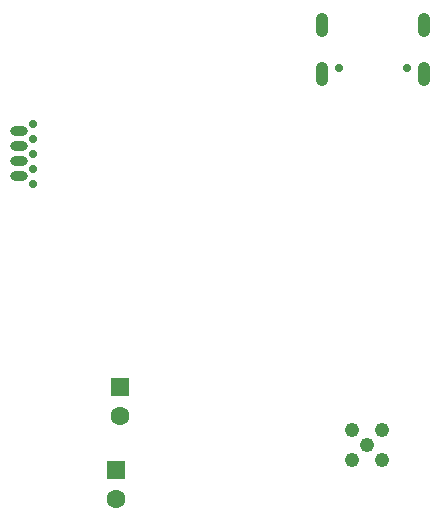
<source format=gbr>
%TF.GenerationSoftware,KiCad,Pcbnew,7.0.7*%
%TF.CreationDate,2023-09-24T12:37:58+02:00*%
%TF.ProjectId,RF Energy Harvesting LK-R37 Enclosure,52462045-6e65-4726-9779-204861727665,Beta R4*%
%TF.SameCoordinates,Original*%
%TF.FileFunction,Soldermask,Bot*%
%TF.FilePolarity,Negative*%
%FSLAX46Y46*%
G04 Gerber Fmt 4.6, Leading zero omitted, Abs format (unit mm)*
G04 Created by KiCad (PCBNEW 7.0.7) date 2023-09-24 12:37:58*
%MOMM*%
%LPD*%
G01*
G04 APERTURE LIST*
%ADD10R,1.600000X1.600000*%
%ADD11C,1.600000*%
%ADD12C,0.700000*%
%ADD13O,1.050000X2.100000*%
%ADD14C,1.240000*%
%ADD15O,1.500000X0.800000*%
G04 APERTURE END LIST*
D10*
%TO.C,probeC4*%
X133410000Y-110424888D03*
D11*
X133410000Y-112924888D03*
%TD*%
D12*
%TO.C,J1*%
X158070000Y-76400000D03*
X152290000Y-76400000D03*
D13*
X159500000Y-76930000D03*
X150860000Y-76930000D03*
X159500000Y-72750000D03*
X150860000Y-72750000D03*
%TD*%
D14*
%TO.C,SMA1*%
X154670000Y-108360000D03*
X153400000Y-107090000D03*
X153400000Y-109630000D03*
X155940000Y-107090000D03*
X155940000Y-109630000D03*
%TD*%
D12*
%TO.C,ICSP1*%
X126385500Y-81130000D03*
X126385500Y-82400000D03*
X126385500Y-83670000D03*
X126385500Y-84940000D03*
X126385500Y-86210000D03*
D15*
X125230500Y-81765000D03*
X125230500Y-83035000D03*
X125230500Y-84305000D03*
X125230500Y-85575000D03*
%TD*%
D10*
%TO.C,probeC3*%
X133780000Y-103390000D03*
D11*
X133780000Y-105890000D03*
%TD*%
M02*

</source>
